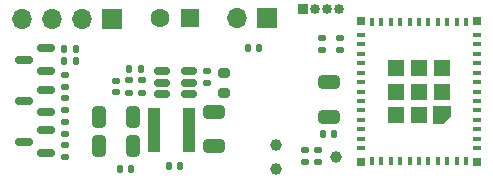
<source format=gbr>
%TF.GenerationSoftware,KiCad,Pcbnew,8.0.6*%
%TF.CreationDate,2024-11-27T12:45:58+01:00*%
%TF.ProjectId,Caffeinated-AFTONSPARV,43616666-6569-46e6-9174-65642d414654,rev?*%
%TF.SameCoordinates,Original*%
%TF.FileFunction,Soldermask,Bot*%
%TF.FilePolarity,Negative*%
%FSLAX46Y46*%
G04 Gerber Fmt 4.6, Leading zero omitted, Abs format (unit mm)*
G04 Created by KiCad (PCBNEW 8.0.6) date 2024-11-27 12:45:58*
%MOMM*%
%LPD*%
G01*
G04 APERTURE LIST*
G04 Aperture macros list*
%AMRoundRect*
0 Rectangle with rounded corners*
0 $1 Rounding radius*
0 $2 $3 $4 $5 $6 $7 $8 $9 X,Y pos of 4 corners*
0 Add a 4 corners polygon primitive as box body*
4,1,4,$2,$3,$4,$5,$6,$7,$8,$9,$2,$3,0*
0 Add four circle primitives for the rounded corners*
1,1,$1+$1,$2,$3*
1,1,$1+$1,$4,$5*
1,1,$1+$1,$6,$7*
1,1,$1+$1,$8,$9*
0 Add four rect primitives between the rounded corners*
20,1,$1+$1,$2,$3,$4,$5,0*
20,1,$1+$1,$4,$5,$6,$7,0*
20,1,$1+$1,$6,$7,$8,$9,0*
20,1,$1+$1,$8,$9,$2,$3,0*%
%AMFreePoly0*
4,1,6,0.725000,-0.725000,-0.125000,-0.725000,-0.725000,-0.125000,-0.725000,0.725000,0.725000,0.725000,0.725000,-0.725000,0.725000,-0.725000,$1*%
G04 Aperture macros list end*
%ADD10R,0.850000X0.850000*%
%ADD11O,0.850000X0.850000*%
%ADD12C,0.990600*%
%ADD13RoundRect,0.250000X0.325000X0.650000X-0.325000X0.650000X-0.325000X-0.650000X0.325000X-0.650000X0*%
%ADD14RoundRect,0.150000X0.587500X0.150000X-0.587500X0.150000X-0.587500X-0.150000X0.587500X-0.150000X0*%
%ADD15RoundRect,0.135000X-0.185000X0.135000X-0.185000X-0.135000X0.185000X-0.135000X0.185000X0.135000X0*%
%ADD16RoundRect,0.140000X-0.170000X0.140000X-0.170000X-0.140000X0.170000X-0.140000X0.170000X0.140000X0*%
%ADD17RoundRect,0.135000X-0.135000X-0.185000X0.135000X-0.185000X0.135000X0.185000X-0.135000X0.185000X0*%
%ADD18R,1.700000X1.700000*%
%ADD19O,1.700000X1.700000*%
%ADD20R,0.400000X0.800000*%
%ADD21R,0.800000X0.400000*%
%ADD22R,1.450000X1.450000*%
%ADD23FreePoly0,90.000000*%
%ADD24R,0.700000X0.700000*%
%ADD25RoundRect,0.250000X0.650000X-0.325000X0.650000X0.325000X-0.650000X0.325000X-0.650000X-0.325000X0*%
%ADD26RoundRect,0.140000X-0.140000X-0.170000X0.140000X-0.170000X0.140000X0.170000X-0.140000X0.170000X0*%
%ADD27RoundRect,0.135000X0.135000X0.185000X-0.135000X0.185000X-0.135000X-0.185000X0.135000X-0.185000X0*%
%ADD28RoundRect,0.200000X-0.275000X0.200000X-0.275000X-0.200000X0.275000X-0.200000X0.275000X0.200000X0*%
%ADD29R,1.100000X3.700000*%
%ADD30RoundRect,0.135000X0.185000X-0.135000X0.185000X0.135000X-0.185000X0.135000X-0.185000X-0.135000X0*%
%ADD31RoundRect,0.140000X0.140000X0.170000X-0.140000X0.170000X-0.140000X-0.170000X0.140000X-0.170000X0*%
%ADD32RoundRect,0.250000X-0.650000X0.325000X-0.650000X-0.325000X0.650000X-0.325000X0.650000X0.325000X0*%
%ADD33RoundRect,0.150000X-0.512500X-0.150000X0.512500X-0.150000X0.512500X0.150000X-0.512500X0.150000X0*%
%ADD34R,1.600000X1.600000*%
%ADD35C,1.600000*%
G04 APERTURE END LIST*
D10*
%TO.C,J4*%
X25600000Y15065000D03*
D11*
X26600000Y15065000D03*
X27600000Y15065000D03*
X28600000Y15065000D03*
%TD*%
D12*
%TO.C,J3*%
X28370000Y2565000D03*
X23290000Y1549000D03*
X23290000Y3581000D03*
%TD*%
D13*
%TO.C,C9*%
X11225000Y5925000D03*
X8275000Y5925000D03*
%TD*%
D14*
%TO.C,Q2*%
X3837500Y8250000D03*
X3837500Y6350000D03*
X1962500Y7300000D03*
%TD*%
D15*
%TO.C,R7*%
X26850000Y3135000D03*
X26850000Y2115000D03*
%TD*%
D16*
%TO.C,C5*%
X9750000Y9005000D03*
X9750000Y8045000D03*
%TD*%
D17*
%TO.C,R13*%
X10840000Y10025000D03*
X11860000Y10025000D03*
%TD*%
D18*
%TO.C,J2*%
X9390000Y14275000D03*
D19*
X6850000Y14275000D03*
X4310000Y14275000D03*
X1770000Y14275000D03*
%TD*%
D20*
%TO.C,U1*%
X39400000Y2200000D03*
X38600000Y2200000D03*
X37800000Y2200000D03*
X37000000Y2200000D03*
X36200000Y2200000D03*
X35400000Y2200000D03*
X34600000Y2200000D03*
X33800000Y2200000D03*
X33000000Y2200000D03*
X32200000Y2200000D03*
X31400000Y2200000D03*
D21*
X30500000Y3300000D03*
X30500000Y4100000D03*
X30500000Y4900000D03*
X30500000Y5700000D03*
X30500000Y6500000D03*
X30500000Y7300000D03*
X30500000Y8100000D03*
X30500000Y8900000D03*
X30500000Y9700000D03*
X30500000Y10500000D03*
X30500000Y11300000D03*
X30500000Y12100000D03*
X30500000Y12900000D03*
D20*
X31400000Y14000000D03*
X32200000Y14000000D03*
X33000000Y14000000D03*
X33800000Y14000000D03*
X34600000Y14000000D03*
X35400000Y14000000D03*
X36200000Y14000000D03*
X37000000Y14000000D03*
X37800000Y14000000D03*
X38600000Y14000000D03*
X39400000Y14000000D03*
D21*
X40300000Y12900000D03*
X40300000Y12100000D03*
X40300000Y11300000D03*
X40300000Y10500000D03*
X40300000Y9700000D03*
X40300000Y8900000D03*
X40300000Y8100000D03*
X40300000Y7300000D03*
X40300000Y6500000D03*
X40300000Y5700000D03*
X40300000Y4900000D03*
X40300000Y4100000D03*
X40300000Y3300000D03*
D22*
X33425000Y6125000D03*
X35400000Y6125000D03*
D23*
X37375000Y6125000D03*
D22*
X33425000Y8100000D03*
X35400000Y8100000D03*
X37375000Y8100000D03*
X33425000Y10075000D03*
X35400000Y10075000D03*
X37375000Y10075000D03*
D24*
X40350000Y14050000D03*
X30450000Y14050000D03*
X30450000Y2150000D03*
X40350000Y2150000D03*
%TD*%
D15*
%TO.C,R8*%
X27200000Y12610000D03*
X27200000Y11590000D03*
%TD*%
%TO.C,R3*%
X5450000Y3535000D03*
X5450000Y2515000D03*
%TD*%
D25*
%TO.C,C6*%
X27750000Y5950000D03*
X27750000Y8900000D03*
%TD*%
D15*
%TO.C,R9*%
X28700000Y12610000D03*
X28700000Y11590000D03*
%TD*%
D26*
%TO.C,C7*%
X27270000Y4525000D03*
X28230000Y4525000D03*
%TD*%
D27*
%TO.C,R5*%
X6360000Y11725000D03*
X5340000Y11725000D03*
%TD*%
D28*
%TO.C,R11*%
X18850000Y9650000D03*
X18850000Y8000000D03*
%TD*%
D15*
%TO.C,R2*%
X5450000Y7535000D03*
X5450000Y6515000D03*
%TD*%
D27*
%TO.C,R1*%
X6360000Y10725000D03*
X5340000Y10725000D03*
%TD*%
D18*
%TO.C,J1*%
X22550000Y14325000D03*
D19*
X20010000Y14325000D03*
%TD*%
D29*
%TO.C,L1*%
X15925000Y4800000D03*
X12925000Y4800000D03*
%TD*%
D30*
%TO.C,R14*%
X17450000Y8815000D03*
X17450000Y9835000D03*
%TD*%
D31*
%TO.C,C4*%
X15180000Y1800000D03*
X14220000Y1800000D03*
%TD*%
D30*
%TO.C,R4*%
X5450000Y8515000D03*
X5450000Y9535000D03*
%TD*%
D32*
%TO.C,C3*%
X18050000Y6400000D03*
X18050000Y3450000D03*
%TD*%
D14*
%TO.C,Q3*%
X3837500Y11750000D03*
X3837500Y9850000D03*
X1962500Y10800000D03*
%TD*%
D15*
%TO.C,R10*%
X25750000Y3135000D03*
X25750000Y2115000D03*
%TD*%
D26*
%TO.C,C1*%
X20920000Y11750000D03*
X21880000Y11750000D03*
%TD*%
D30*
%TO.C,R6*%
X5450000Y4515000D03*
X5450000Y5535000D03*
%TD*%
D14*
%TO.C,Q1*%
X3837500Y4800000D03*
X3837500Y2900000D03*
X1962500Y3850000D03*
%TD*%
D13*
%TO.C,C10*%
X11225000Y3525000D03*
X8275000Y3525000D03*
%TD*%
D33*
%TO.C,U2*%
X13637500Y7900000D03*
X13637500Y8850000D03*
X13637500Y9800000D03*
X15912500Y9800000D03*
X15912500Y8850000D03*
X15912500Y7900000D03*
%TD*%
D34*
%TO.C,C2*%
X15982380Y14300000D03*
D35*
X13482380Y14300000D03*
%TD*%
D15*
%TO.C,R15*%
X11950000Y9035000D03*
X11950000Y8015000D03*
%TD*%
D30*
%TO.C,R12*%
X10850000Y8015000D03*
X10850000Y9035000D03*
%TD*%
D31*
%TO.C,C11*%
X11030000Y1525000D03*
X10070000Y1525000D03*
%TD*%
M02*

</source>
